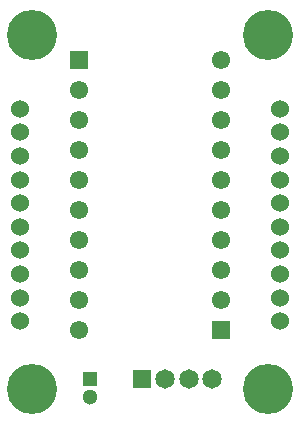
<source format=gts>
G04 DipTrace 3.2.0.1*
G04 xbee_js_basict.gts*
%MOIN*%
G04 #@! TF.FileFunction,Soldermask,Top*
G04 #@! TF.Part,Single*
%ADD22C,0.06*%
%ADD30C,0.166969*%
%ADD34C,0.061024*%
%ADD35C,0.051181*%
%ADD36R,0.061024X0.061024*%
%ADD37R,0.051181X0.051181*%
%ADD38C,0.064961*%
%ADD40R,0.064961X0.064961*%
%FSLAX26Y26*%
G04*
G70*
G90*
G75*
G01*
G04 TopMask*
%LPD*%
D30*
X546929Y501969D3*
Y1683071D3*
X1334331Y501969D3*
Y1683071D3*
D37*
X739449Y533228D3*
D35*
Y474173D3*
D40*
X911339Y533701D3*
D38*
X990079D3*
X1068819D3*
X1147559D3*
D36*
X1176850Y698701D3*
D34*
Y798701D3*
Y898701D3*
Y998701D3*
Y1098701D3*
Y1198701D3*
Y1298701D3*
Y1398701D3*
Y1498701D3*
Y1598701D3*
D36*
X704409D3*
D34*
Y1498701D3*
Y1398701D3*
Y1298701D3*
Y1198701D3*
Y1098701D3*
Y998701D3*
Y898701D3*
Y798701D3*
Y698701D3*
D22*
X506378Y727165D3*
Y805906D3*
Y884646D3*
Y963386D3*
Y1042126D3*
Y1120866D3*
Y1199606D3*
Y1278346D3*
Y1357087D3*
Y1435827D3*
X1372520Y727165D3*
Y805906D3*
Y884646D3*
Y963386D3*
Y1042126D3*
Y1120866D3*
Y1199606D3*
Y1278346D3*
Y1357087D3*
Y1435827D3*
M02*

</source>
